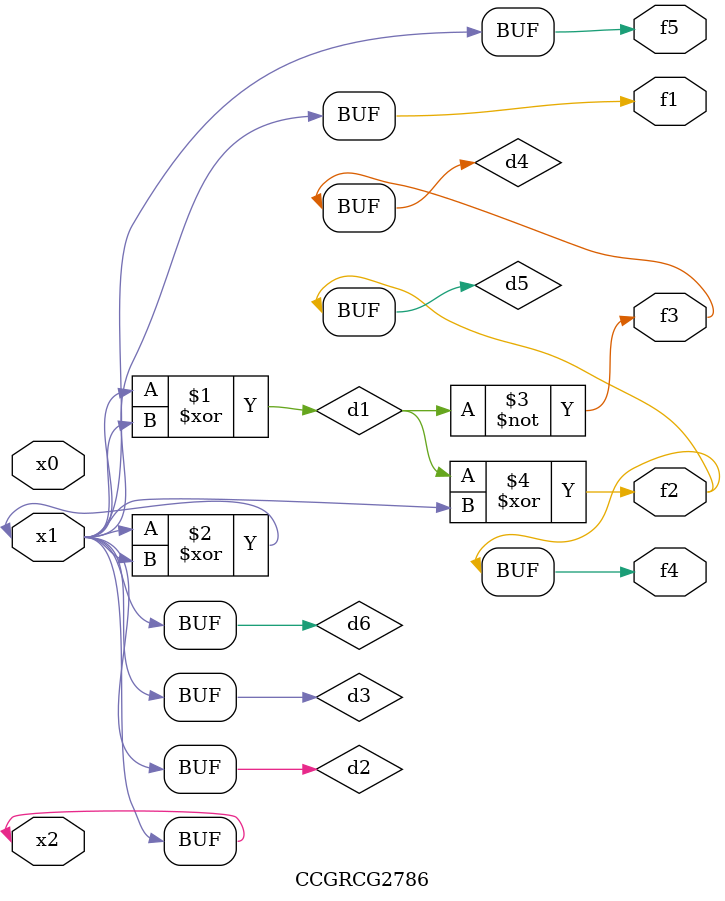
<source format=v>
module CCGRCG2786(
	input x0, x1, x2,
	output f1, f2, f3, f4, f5
);

	wire d1, d2, d3, d4, d5, d6;

	xor (d1, x1, x2);
	buf (d2, x1, x2);
	xor (d3, x1, x2);
	nor (d4, d1);
	xor (d5, d1, d2);
	buf (d6, d2, d3);
	assign f1 = d6;
	assign f2 = d5;
	assign f3 = d4;
	assign f4 = d5;
	assign f5 = d6;
endmodule

</source>
